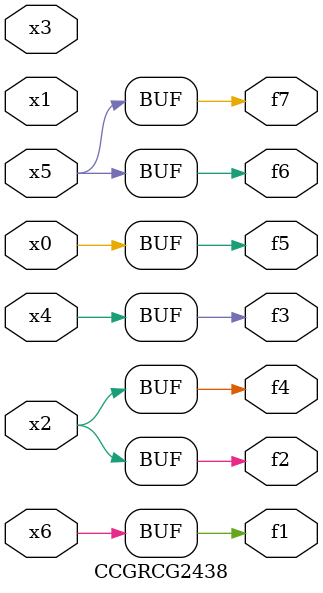
<source format=v>
module CCGRCG2438(
	input x0, x1, x2, x3, x4, x5, x6,
	output f1, f2, f3, f4, f5, f6, f7
);
	assign f1 = x6;
	assign f2 = x2;
	assign f3 = x4;
	assign f4 = x2;
	assign f5 = x0;
	assign f6 = x5;
	assign f7 = x5;
endmodule

</source>
